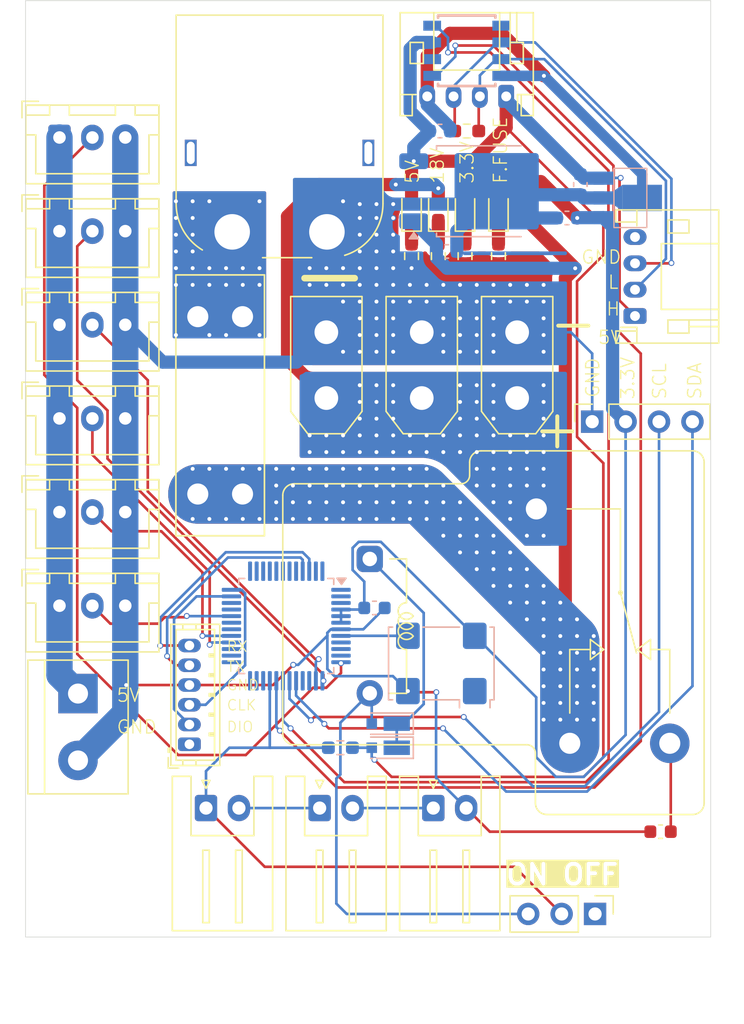
<source format=kicad_pcb>
(kicad_pcb (version 20241229) (generator "pcbnew") (generator_version "9.0")
  (layers (0 "F.Cu" signal) (2 "B.Cu" signal) (13 "F.Paste" user) (15 "B.Paste" user) (5 "F.SilkS" user "F.Silkscreen") (7 "B.SilkS" user "B.Silkscreen") (1 "F.Mask" user) (3 "B.Mask" user) (25 "Edge.Cuts" user))
  (net 0 "")
  (net 1 "GND")
  (net 2 "+5V")
  (net 3 "Net-(D7-A)")
  (net 4 "+3.3V")
  (net 5 "Net-(D1-K)")
  (net 6 "Net-(D1-A)")
  (net 7 "Net-(D7-K)")
  (net 8 "+24V")
  (net 9 "Net-(D8-K)")
  (net 10 "Net-(J1-Pin_1)")
  (net 11 "Net-(J2-Pin_1)")
  (net 12 "Net-(J2-Pin_2)")
  (net 13 "+5VA")
  (net 14 "EMG_FLAG")
  (net 15 "TX")
  (net 17 "CLK")
  (net 18 "DIO")
  (net 19 "RX")
  (net 20 "TIM2_CH1")
  (net 21 "I2C2_SCL")
  (net 22 "I2C2_SDA")
  (net 23 "TIM2_CH2")
  (net 24 "TIM2_CH3")
  (net 25 "TIM2_CH4")
  (net 26 "TIM1_CH1")
  (net 27 "TIM1_CH2")
  (net 28 "TIM1_CH3")
  (net 29 "TIM1_CH4")
  (net 30 "CAN_H")
  (net 31 "CAN_L")
  (net 32 "Net-(K1-Pad12)")
  (net 45 "HSE")
  (net 51 "CAN2_RX")
  (net 52 "CAN2_TX")
  (net 64 "Net-(D2-K)")
  (net 65 "Net-(D9-K)")
  (footprint "Resistor_SMD:R_0603_1608Metric_Pad0.98x0.95mm_HandSolder" (layer "F.Cu") (at 117.221 76.5556 -90)
    (property "Reference" "R2" (hide yes))
    (property "Value" "1k" (hide yes))
  )
  (footprint "jisaku:953 relay" (layer "F.Cu") (at 107.44 104.656)
    (property "Reference" "K1" (hide yes))
    (property "Value" "953 relay" (hide yes))
  )
  (footprint "Connector_JST:JST_XH_B3B-XH-A_1x03_P2.50mm_Vertical" (layer "F.Cu") (at 86.4 81.771)
    (property "Reference" "J11" (hide yes))
    (property "Value" "Conn_01x03_Pin" (hide yes))
  )
  (footprint "Connector_JST:JST_XH_S2B-XH-A_1x02_P2.50mm_Horizontal" (layer "F.Cu") (at 97.536 118.475)
    (property "Reference" "J5" (hide yes))
    (property "Value" "Conn_01x02_Pin" (hide yes))
  )
  (footprint "Resistor_SMD:R_0603_1608Metric_Pad0.98x0.95mm_HandSolder" (layer "F.Cu") (at 113.157 76.5556 -90)
    (property "Reference" "R16" (hide yes))
    (property "Value" "1k" (hide yes))
  )
  (footprint "TerminalBlock:TerminalBlock_bornier-2_P5.08mm" (layer "F.Cu") (at 87.8078 109.7788 -90)
    (property "Reference" "J4" (hide yes))
    (property "Value" "Conn_01x02_Pin")
  )
  (footprint "Connector_JST:JST_XH_B3B-XH-A_1x03_P2.50mm_Vertical" (layer "F.Cu") (at 86.4 88.883)
    (property "Reference" "J12" (hide yes))
    (property "Value" "Conn_01x03_Pin" (hide yes))
  )
  (footprint "LED_SMD:LED_0603_1608Metric_Pad1.05x0.95mm_HandSolder" (layer "F.Cu") (at 119.761 72.9996 90)
    (property "Reference" "D7" (hide yes))
    (property "Value" "RED" (hide yes))
  )
  (footprint "Capacitor_SMD:C_0603_1608Metric" (layer "F.Cu") (at 132.08 120.269)
    (property "Reference" "R5" (hide yes))
    (property "Value" "120")
  )
  (footprint "Connector_JST:JST_XH_S2B-XH-A_1x02_P2.50mm_Horizontal" (layer "F.Cu") (at 106.172 118.475)
    (property "Reference" "J2" (hide yes))
    (property "Value" "Conn_01x02_Pin" (hide yes))
  )
  (footprint "Connector_PinSocket_2.54mm:PinSocket_1x04_P2.54mm_Vertical" (layer "F.Cu") (at 126.883 89.129 90)
    (property "Reference" "J8" (hide yes))
    (property "Value" "Conn_01x04_Pin" (hide yes))
  )
  (footprint "Connector_AMASS:AMASS_XT60PW-M_1x02_P7.20mm_Horizontal" (layer "F.Cu") (at 99.524 74.714)
    (property "Reference" "J1" (hide yes))
    (property "Value" "Conn_01x02_Pin" (hide yes))
  )
  (footprint "Connector_AMASS:AMASS_XT30UPB-F_1x02_P5.0mm_Vertical" (layer "F.Cu") (at 106.68 87.336 90)
    (property "Reference" "J16" (hide yes))
    (property "Value" "Conn_01x02_Pin" (hide yes))
  )
  (footprint "Resistor_SMD:R_0603_1608Metric_Pad0.98x0.95mm_HandSolder" (layer "F.Cu") (at 117.348 67.056)
    (property "Reference" "R43" (hide yes))
    (property "Value" "120" (hide yes))
  )
  (footprint "MountingHole:MountingHole_3.2mm_M3" (layer "F.Cu") (at 132.461 60.579)
    (property "Reference" "H1" (hide yes))
    (property "Value" "MountingHole")
  )
  (footprint "Connector_JST:JST_XH_B3B-XH-A_1x03_P2.50mm_Vertical" (layer "F.Cu") (at 86.4 95.995)
    (property "Reference" "J13" (hide yes))
    (property "Value" "Conn_01x03_Pin" (hide yes))
  )
  (footprint "LED_SMD:LED_0603_1608Metric_Pad1.05x0.95mm_HandSolder" (layer "F.Cu") (at 115.189 72.9996 90)
    (property "Reference" "D8" (hide yes))
    (property "Value" "RED" (hide yes))
  )
  (footprint "Connector_JST:JST_XH_S2B-XH-A_1x02_P2.50mm_Horizontal" (layer "F.Cu") (at 114.808 118.475)
    (property "Reference" "J3" (hide yes))
    (property "Value" "Conn_01x02_Pin" (hide yes))
  )
  (footprint "Connector_JST:JST_XH_B3B-XH-A_1x03_P2.50mm_Vertical" (layer "F.Cu") (at 86.4 74.659)
    (property "Reference" "J10" (hide yes))
    (property "Value" "Conn_01x03_Pin" (hide yes))
  )
  (footprint "Connector_JST:JST_XH_B3B-XH-A_1x03_P2.50mm_Vertical" (layer "F.Cu") (at 86.4 103.107)
    (property "Reference" "J14" (hide yes))
    (property "Value" "Conn_01x03_Pin" (hide yes))
  )
  (footprint "Resistor_SMD:R_0603_1608Metric_Pad0.98x0.95mm_HandSolder" (layer "F.Cu") (at 115.189 76.5556 -90)
    (property "Reference" "R15" (hide yes))
    (property "Value" "10k" (hide yes))
  )
  (footprint "Connector_AMASS:AMASS_XT30UPB-F_1x02_P5.0mm_Vertical" (layer "F.Cu") (at 113.93 87.336 90)
    (property "Reference" "J18" (hide yes))
    (property "Value" "Conn_01x02_Pin" (hide yes))
  )
  (footprint "Connector_JST:JST_PH_S4B-PH-K_1x04_P2.00mm_Horizontal" (layer "F.Cu") (at 130.138 81.105 90)
    (property "Reference" "J20" (hide yes))
    (property "Value" "Conn_01x04_Pin")
  )
  (footprint "LED_SMD:LED_0603_1608Metric_Pad1.05x0.95mm_HandSolder" (layer "F.Cu") (at 117.221 72.9996 90)
    (property "Reference" "D2" (hide yes))
    (property "Value" "RED" (hide yes))
  )
  (footprint "MountingHole:MountingHole_3.2mm_M3" (layer "F.Cu") (at 132.334 124.714)
    (property "Reference" "H4" (hide yes))
    (property "Value" "MountingHole")
  )
  (footprint "MountingHole:MountingHole_3.2mm_M3" (layer "F.Cu") (at 87.3252 60.6552)
    (property "Reference" "H2" (hide yes))
    (property "Value" "MountingHole")
  )
  (footprint "MountingHole:MountingHole_3.2mm_M3" (layer "F.Cu") (at 87.376 124.714)
    (property "Reference" "H3" (hide yes))
    (property "Value" "MountingHole")
  )
  (footprint "Connector_AMASS:AMASS_XT30UPB-F_1x02_P5.0mm_Vertical" (layer "F.Cu") (at 121.18 87.336 90)
    (property "Reference" "J19" (hide yes))
    (property "Value" "Conn_01x02_Pin" (hide yes))
  )
  (footprint "Connector_JST:JST_XH_B3B-XH-A_1x03_P2.50mm_Vertical" (layer "F.Cu") (at 86.4 67.547)
    (property "Reference" "J9" (hide yes))
    (property "Value" "Conn_01x03_Pin" (hide yes))
  )
  (footprint "LED_SMD:LED_0603_1608Metric_Pad1.05x0.95mm_HandSolder" (layer "F.Cu") (at 113.157 72.9996 90)
    (property "Reference" "D9" (hide yes))
    (property "Value" "RED" (hide yes))
  )
  (footprint "Resistor_SMD:R_0603_1608Metric_Pad0.98x0.95mm_HandSolder" (layer "F.Cu") (at 119.761 76.5556 -90)
    (property "Reference" "R10" (hide yes))
    (property "Value" "10k" (hide yes))
  )
  (footprint "Connector_JST:JST_PH_S4B-PH-K_1x04_P2.00mm_Horizontal" (layer "F.Cu") (at 120.348 64.426 180)
    (property "Reference" "J17" (hide yes))
    (property "Value" "Conn_01x04_Pin" (hide yes))
  )
  (footprint "jisaku:3557-15" (layer "F.Cu") (at 98.552 88.392 -90)
    (property "Reference" "F1" (hide yes))
    (property "Value" "3557-15" (hide yes))
  )
  (footprint "Connector_PinHeader_2.54mm:PinHeader_1x03_P2.54mm_Vertical" (layer "F.Cu") (at 127.1016 126.5174 -90)
    (property "Reference" "SW2" (hide yes))
    (property "Value" "SW_Nidec_CAS-120A1")
  )
  (footprint "Connector_JST:JST_ZH_B6B-ZR_1x06_P1.50mm_Vertical" (layer "F.Cu") (at 96.2732 113.6304 90)
    (property "Reference" "J6" (hide yes))
    (property "Value" "Conn_01x06_Pin" (hide yes))
  )
  (footprint "Resistor_SMD:R_0603_1608Metric_Pad0.98x0.95mm_HandSolder" (layer "B.Cu") (at 107.7468 113.8936)
    (property "Reference" "R14" (hide yes))
    (property "Value" "10k" (hide yes))
  )
  (footprint "Capacitor_SMD:C_0603_1608Metric" (layer "B.Cu") (at 125.984 71.12 -90)
    (property "Reference" "C3" (hide yes))
    (property "Value" "0.33u" (hide yes))
  )
  (footprint "Diode_SMD:D_MicroSMP_AK" (layer "B.Cu") (at 111.1504 112.0648 180)
    (property "Reference" "D1" (hide yes))
    (property "Value" "D" (hide yes))
  )
  (footprint "Diode_SMD:D_MicroSMP_AK" (layer "B.Cu") (at 111.1504 113.8936 180)
    (property "Reference" "D6" (hide yes))
    (property "Value" "D" (hide yes))
  )
  (footprint "Oscillator:Oscillator_SMD_IQD_IQXO70-4Pin_7.5x5.0mm" (layer "B.Cu") (at 115.4176 107.4928 180)
    (property "Reference" "X1" (hide yes))
    (property "Value" "IQXO-70" (hide yes))
  )
  (footprint "Capacitor_SMD:C_0603_1608Metric" (layer "B.Cu") (at 115.824 76.2)
    (property "Reference" "C2" (hide yes))
    (property "Value" "0.33u" (hide yes))
  )
  (footprint "Capacitor_SMD:C_0603_1608Metric" (layer "B.Cu") (at 124.968 73.66 180)
    (property "Reference" "C4" (hide yes))
    (property "Value" "0.1u" (hide yes))
  )
  (footprint "jisaku:SOT-89-3" (layer "B.Cu") (at 126.9855 72.136 -90)
    (property "Reference" "NJM78L33SU1" (hide yes))
    (property "Value" "~" (hide yes))
  )
  (footprint "Package_TO_SOT_SMD:TO-252-2" (layer "B.Cu") (at 118.364 71.628)
    (property "Reference" "NJM78L05SU1" (hide yes))
    (property "Value" "~" (hide yes))
  )
  (footprint "Capacitor_SMD:C_0603_1608Metric" (layer "B.Cu") (at 115.316 67.056)
    (property "Reference" "C1" (hide yes))
    (property "Value" "0.1u" (hide yes))
  )
  (footprint "Package_QFP:LQFP-48_7x7mm_P0.5mm" (layer "B.Cu") (at 103.632 104.648 180)
    (property "Reference" "U1" (hide yes))
    (property "Value" "STM32G0B1CBTx" (hide yes))
  )
  (footprint "jisaku:SOP-J8" (layer "B.Cu") (at 117.348 60.96)
    (property "Reference" "U10" (hide yes))
    (property "Value" "BD4104" (hide yes))
  )
  (footprint "Capacitor_SMD:C_0603_1608Metric" (layer "B.Cu") (at 110.3376 103.2764)
    (property "Reference" "C5" (hide yes))
    (property "Value" "1u" (hide yes))
  )
  (gr_rect (start 83.82 57.15) (end 135.89 128.27) (stroke (width 0.05)) (fill no) (layer "Edge.Cuts"))
  (gr_text "RX" (at 99.06 106.68 0) (layer "F.SilkS") (effects (font (size 0.8 0.8) (thickness 0.08)) (justify left bottom)))
  (gr_text "L" (at 128.016 79.121 0) (layer "F.SilkS") (effects (font (size 1 1) (thickness 0.1)) (justify left bottom)))
  (gr_text "ON OFF" (at 120.1928 124.4092 0) (layer "F.SilkS" knockout) (effects (font (size 1.5 1.5) (thickness 0.3) (bold yes)) (justify left bottom)))
  (gr_text "+" (at 122.174 91.3892 0) (layer "F.SilkS") (effects (font (size 3 3) (thickness 0.3)) (justify left bottom)))
  (gr_text "TX" (at 99.06 108.204 0) (layer "F.SilkS") (effects (font (size 0.8 0.8) (thickness 0.08)) (justify left bottom)))
  (gr_text "-" (at 103.505 80.772 0) (layer "F.SilkS") (effects (font (size 5 5) (thickness 0.5)) (justify left bottom)))
  (gr_text "GND" (at 127.508 87.376 90) (layer "F.SilkS") (effects (font (size 1 1) (thickness 0.1)) (justify left bottom)))
  (gr_text "5V" (at 113.792 71.12 90) (layer "F.SilkS") (effects (font (size 1 1) (thickness 0.1)) (justify left bottom)))
  (gr_text "5V" (at 90.678 110.49 0) (layer "F.SilkS") (effects (font (size 1 1) (thickness 0.1)) (justify left bottom)))
  (gr_text "H" (at 127.889 81.153 0) (layer "F.SilkS") (effects (font (size 1 1) (thickness 0.1)) (justify left bottom)))
  (gr_text "CLK" (at 99.06 111.125 0) (layer "F.SilkS") (effects (font (size 0.8 0.8) (thickness 0.08)) (justify left bottom)))
  (gr_text "GND" (at 125.984 77.216 0) (layer "F.SilkS") (effects (font (size 1 1) (thickness 0.1)) (justify left bottom)))
  (gr_text "18V" (at 115.697 71.12 90) (layer "F.SilkS") (effects (font (size 1 1) (thickness 0.1)) (justify left bottom)))
  (gr_text "GND" (at 99.06 109.601 0) (layer "F.SilkS") (effects (font (size 0.8 0.8) (thickness 0.08)) (justify left bottom)))
  (gr_text "3.3V" (at 117.956 71.12 90) (layer "F.SilkS") (effects (font (size 1 1) (thickness 0.1)) (justify left bottom)))
  (gr_text "SCL" (at 132.588 87.503 90) (layer "F.SilkS") (effects (font (size 1 1) (thickness 0.1)) (justify left bottom)))
  (gr_text "DIO" (at 99.06 112.7804 0) (layer "F.SilkS") (effects (font (size 0.8 0.8) (thickness 0.08)) (justify left bottom)))
  (gr_text "-" (at 123.3932 83.3628 0) (layer "F.SilkS") (effects (font (size 3 3) (thickness 0.3)) (justify left bottom)))
  (gr_text "SDA" (at 135.255 87.503 90) (layer "F.SilkS") (effects (font (size 1 1) (thickness 0.1)) (justify left bottom)))
  (gr_text "5V" (at 127.254 83.312 0) (layer "F.SilkS") (effects (font (size 1 1) (thickness 0.1)) (justify left bottom)))
  (gr_text "GND" (at 90.678 112.903 0) (layer "F.SilkS") (effects (font (size 1 1) (thickness 0.1)) (justify left bottom)))
  (gr_text "F.FUSE" (at 120.496 71.12 90) (layer "F.SilkS") (effects (font (size 1 1) (thickness 0.1)) (justify left bottom)))
  (gr_text "3.3V" (at 130.175 87.503 90) (layer "F.SilkS") (effects (font (size 1 1) (thickness 0.1)) (justify left bottom)))
  (segment (start 115.0366 109.6772) (end 112.962 109.6772) (width 0.2) (layer "F.Cu") (net 1))
  (segment (start 112.962 109.6772) (end 112.8776 109.5928) (width 0.2) (layer "F.Cu") (net 1))
  (segment (start 91.473779 109.1304) (end 91.46937 109.134809) (width 0.2) (layer "F.Cu") (net 1))
  (segment (start 96.2732 109.1304) (end 102.6294 109.1304) (width 0.2) (layer "F.Cu") (net 1))
  (segment (start 131.305 120.269) (end 119.102 120.269) (width 0.2) (layer "F.Cu") (net 1))
  (segment (start 116.067038 59.636) (end 119.9855 59.636) (width 1) (layer "F.Cu") (net 1))
  (segment (start 114.348 61.355038) (end 116.067038 59.636) (width 1) (layer "F.Cu") (net 1))
  (segment (start 119.9855 59.636) (end 123.2145 62.865) (width 1) (layer "F.Cu") (net 1))
  (segment (start 114.348 64.426) (end 114.348 61.355038) (width 1) (layer "F.Cu") (net 1))
  (segment (start 102.6294 109.1304) (end 104.1654 107.5944) (width 0.2) (layer "F.Cu") (net 1))
  (segment (start 119.102 120.269) (end 117.308 118.475) (width 0.2) (layer "F.Cu") (net 1))
  (segment (start 96.2732 109.1304) (end 91.473779 109.1304) (width 0.2) (layer "F.Cu") (net 1))
  (via (at 111.76 82.55) (size 0.45) (drill 0.3) (layers "F.Cu" "B.Cu") (net 1))
  (via (at 116.84 78.74) (size 0.45) (drill 0.3) (layers "F.Cu" "B.Cu") (net 1))
  (via (at 115.0366 109.6772) (size 0.45) (drill 0.3) (layers "F.Cu" "B.Cu") (net 1))
  (via (at 115.57 83.82) (size 0.45) (drill 0.3) (layers "F.Cu" "B.Cu") (net 1))
  (via (at 116.84 81.28) (size 0.45) (drill 0.3) (layers "F.Cu" "B.Cu") (net 1))
  (via (at 123.19 78.74) (size 0.45) (drill 0.3) (layers "F.Cu" "B.Cu") (net 1))
  (via (at 107.95 78.74) (size 0.45) (drill 0.3) (layers "F.Cu" "B.Cu") (net 1))
  (via (at 105.41 78.74) (size 0.45) (drill 0.3) (layers "F.Cu" "B.Cu") (net 1))
  (via (at 110.49 72.607) (size 0.45) (drill 0.3) (layers "F.Cu" "B.Cu") (net 1))
  (via (at 123.19 81.28) (size 0.45) (drill 0.3) (layers "F.Cu" "B.Cu") (net 1))
  (via (at 111.76 76.2) (size 0.45) (drill 0.3) (layers "F.Cu" "B.Cu") (net 1))
  (via (at 110.49 76.2) (size 0.45) (drill 0.3) (layers "F.Cu" "B.Cu") (net 1))
  (via (at 115.57 80.01) (size 0.45) (drill 0.3) (layers "F.Cu" "B.Cu") (net 1))
  (via (at 114.3 80.01) (size 0.45) (drill 0.3) (layers "F.Cu" "B.Cu") (net 1))
  (via (at 106.68 77.47) (size 0.45) (drill 0.3) (layers "F.Cu" "B.Cu") (net 1))
  (via (at 110.49 73.66) (size 0.45) (drill 0.3) (layers "F.Cu" "B.Cu") (net 1))
  (via (at 119.38 80.01) (size 0.45) (drill 0.3) (layers "F.Cu" "B.Cu") (net 1))
  (via (at 109.22 83.82) (size 0.45) (drill 0.3) (layers "F.Cu" "B.Cu") (net 1))
  (via (at 110.49 78.74) (size 0.45) (drill 0.3) (layers "F.Cu" "B.Cu") (net 1))
  (via (at 123.19 80.01) (size 0.45) (drill 0.3) (layers "F.Cu" "B.Cu") (net 1))
  (via (at 111.76 81.28) (size 0.45) (drill 0.3) (layers "F.Cu" "B.Cu") (net 1))
  (via (at 118.11 81.28) (size 0.45) (drill 0.3) (layers "F.Cu" "B.Cu") (net 1))
  (via (at 111.76 78.74) (size 0.45) (drill 0.3) (layers "F.Cu" "B.Cu") (net 1))
  (via (at 111.76 77.47) (size 0.45) (drill 0.3) (layers "F.Cu" "B.Cu") (net 1))
  (via (at 107.95 80.01) (size 0.45) (drill 0.3) (layers "F.Cu" "B.Cu") (net 1))
  (via (at 113.03 78.74) (size 0.45) (drill 0.3) (layers "F.Cu" "B.Cu") (net 1))
  (via (at 104.1654 107.5944) (size 0.45) (drill 0.3) (layers "F.Cu" "B.Cu") (net 1))
  (via (at 109.22 77.47) (size 0.45) (drill 0.3) (layers "F.Cu" "B.Cu") (net 1))
  (via (at 116.84 83.82) (size 0.45) (drill 0.3) (layers "F.Cu" "B.Cu") (net 1))
  (via (at 109.22 82.55) (size 0.45) (drill 0.3) (layers "F.Cu" "B.Cu") (net 1))
  (via (at 121.92 80.01) (size 0.45) (drill 0.3) (layers "F.Cu" "B.Cu") (net 1))
  (via (at 111.76 80.01) (size 0.45) (drill 0.3) (layers "F.Cu" "B.Cu") (net 1))
  (via (at 110.49 82.55) (size 0.45) (drill 0.3) (layers "F.Cu" "B.Cu") (net 1))
  (via (at 109.22 72.607) (size 0.45) (drill 0.3) (layers "F.Cu" "B.Cu") (net 1))
  (via (at 120.65 80.01) (size 0.45) (drill 0.3) (layers "F.Cu" "B.Cu") (net 1))
  (via (at 120.65 78.74) (size 0.45) (drill 0.3) (layers "F.Cu" "B.Cu") (net 1))
  (via (at 115.57 81.28) (size 0.45) (drill 0.3) (layers "F.Cu" "B.Cu") (net 1))
  (via (at 119.38 82.55) (size 0.45) (drill 0.3) (layers "F.Cu" "B.Cu") (net 1))
  (via (at 109.22 78.74) (size 0.45) (drill 0.3) (layers "F.Cu" "B.Cu") (net 1))
  (via (at 123.19 82.55) (size 0.45) (drill 0.3) (layers "F.Cu" "B.Cu") (net 1))
  (via (at 118.11 82.55) (size 0.45) (drill 0.3) (layers "F.Cu" "B.Cu") (net 1))
  (via (at 105.41 77.47) (size 0.45) (drill 0.3) (layers "F.Cu" "B.Cu") (net 1))
  (via (at 116.84 82.55) (size 0.45) (drill 0.3) (layers "F.Cu" "B.Cu") (net 1))
  (via (at 119.38 83.82) (size 0.45) (drill 0.3) (layers "F.Cu" "B.Cu") (net 1))
  (via (at 107.95 83.82) (size 0.45) (drill 0.3) (layers "F.Cu" "B.Cu") (net 1))
  (via (at 119.38 78.74) (size 0.45) (drill 0.3) (layers "F.Cu" "B.Cu") (net 1))
  (via (at 111.76 72.607) (size 0.45) (drill 0.3) (layers "F.Cu" "B.Cu") (net 1))
  (via (at 109.22 74.93) (size 0.45) (drill 0.3) (layers "F.Cu" "B.Cu") (net 1))
  (via (at 111.76 83.82) (size 0.45) (drill 0.3) (layers "F.Cu" "B.Cu") (net 1))
  (via (at 106.68 78.74) (size 0.45) (drill 0.3) (layers "F.Cu" "B.Cu") (net 1))
  (via (at 107.95 77.47) (size 0.45) (drill 0.3) (layers "F.Cu" "B.Cu") (net 1))
  (via (at 110.49 80.01) (size 0.45) (drill 0.3) (layers "F.Cu" "B.Cu") (net 1))
  (via (at 116.84 80.01) (size 0.45) (drill 0.3) (layers "F.Cu" "B.Cu") (net 1))
  (via (at 115.57 78.74) (size 0.45) (drill 0.3) (layers "F.Cu" "B.Cu") (net 1))
  (via (at 111.76 73.66) (size 0.45) (drill 0.3) (layers "F.Cu" "B.Cu") (net 1))
  (via (at 111.76 74.93) (size 0.45) (drill 0.3) (layers "F.Cu" "B.Cu") (net 1))
  (via (at 118.11 78.74) (size 0.45) (drill 0.3) (layers "F.Cu" "B.Cu") (net 1))
  (via (at 109.22 73.66) (size 0.45) (drill 0.3) (layers "F.Cu" "B.Cu") (net 1))
  (via (at 110.49 77.47) (size 0.45) (drill 0.3) (layers "F.Cu" "B.Cu") (net 1))
  (via (at 112.8776 109.5928) (size 0.45) (drill 0.3) (layers "F.Cu" "B.Cu") (net 1))
  (via (at 119.38 81.28) (size 0.45) (drill 0.3) (layers "F.Cu" "B.Cu") (net 1))
  (via (at 121.92 78.74) (size 0.45) (drill 0.3) (layers "F.Cu" "B.Cu") (net 1))
  (via (at 118.11 80.01) (size 0.45) (drill 0.3) (layers "F.Cu" "B.Cu") (net 1))
  (via (at 109.22 76.2) (size 0.45) (drill 0.3) (layers "F.Cu" "B.Cu") (net 1))
  (via (at 110.49 83.82) (size 0.45) (drill 0.3) (layers "F.Cu" "B.Cu") (net 1))
  (via (at 115.57 82.55) (size 0.45) (drill 0.3) (layers "F.Cu" "B.Cu") (net 1))
  (via (at 113.03 80.01) (size 0.45) (drill 0.3) (layers "F.Cu" "B.Cu") (net 1))
  (via (at 110.49 74.93) (size 0.45) (drill 0.3) (layers "F.Cu" "B.Cu") (net 1))
  (via (at 107.95 72.39) (size 0.45) (drill 0.3) (layers "F.Cu" "B.Cu") (net 1))
  (via (at 118.11 83.82) (size 0.45) (drill 0.3) (layers "F.Cu" "B.Cu") (net 1))
  (via (at 109.22 80.01) (size 0.45) (drill 0.3) (layers "F.Cu" "B.Cu") (net 1))
  (via (at 123.19 83.82) (size 0.45) (drill 0.3) (layers "F.Cu" "B.Cu") (net 1))
  (via (at 113.157 77.4681) (size 0.45) (drill 0.3) (layers "F.Cu" "B.Cu") (net 1))
  (via (at 114.3 78.74) (size 0.45) (drill 0.3) (layers "F.Cu" "B.Cu") (net 1))
  (via (at 123.2145 62.865) (size 0.45) (drill 0.3) (layers "F.Cu" "B.Cu") (net 1))
  (via (at 110.49 81.28) (size 0.45) (drill 0.3) (layers "F.Cu" "B.Cu") (net 1))
  (via (at 109.22 81.28) (size 0.45) (drill 0.3) (layers "F.Cu" "B.Cu") (net 1))
  (via (at 91.46937 109.134809) (size 0.45) (drill 0.3) (layers "F.Cu" "B.Cu") (net 1))
  (segment (start 121.18 82.336) (end 125.262 82.336) (width 0.2) (layer "B.Cu") (net 1))
  (segment (start 106.756 105.3846) (end 106.756 105.165176) (width 0.2) (layer "B.Cu") (net 1))
  (segment (start 119.891 71.895) (end 125.984 71.895) (width 1) (layer "B.Cu") (net 1))
  (segment (start 106.756 105.165176) (end 107.023176 104.898) (width 0.2) (layer "B.Cu") (net 1))
  (segment (start 119.624 71.628) (end 119.891 71.895) (width 1) (layer "B.Cu") (net 1))
  (segment (start 127.7355 72.136) (end 126.225 72.136) (width 1) (layer "B.Cu") (net 1))
  (segment (start 94.2364 84.6074) (end 104.4086 84.6074) (width 1) (layer "B.Cu") (net 1))
  (segment (start 111.1126 103.2764) (end 109.491 104.898) (width 0.2) (layer "B.Cu") (net 1))
  (segment (start 115.018853 116.185853) (end 115.018853 109.694947) (width 0.2) (layer "B.Cu") (net 1))
  (segment (start 123.2145 62.865) (end 130.6855 70.336) (width 0.8) (layer "B.Cu") (net 1))
  (segment (start 124.193 73.66) (end 121.656 73.66) (width 1) (layer "B.Cu") (net 1))
  (segment (start 110.49 72.607) (end 109.22 72.607) (width 1) (layer "B.Cu") (net 1))
  (segment (start 116.599 74.653) (end 119.624 71.628) (width 1) (layer "B.Cu") (net 1))
  (segment (start 119.973001 62.865) (end 123.2145 62.865) (width 0.8) (layer "B.Cu") (net 1))
  (segment (start 104.1654 107.5944) (end 104.5462 107.5944) (width 0.2) (layer "B.Cu") (net 1))
  (segment (start 130.6855 70.336) (end 130.6855 72.136) (width 0.8) (layer "B.Cu") (net 1))
  (segment (start 126.225 72.136) (end 125.984 71.895) (width 1) (layer "B.Cu") (net 1))
  (segment (start 109.22 72.607) (end 108.831 72.607) (width 1) (layer "B.Cu") (net 1))
  (segment (start 121.656 73.66) (end 119.624 71.628) (width 1) (layer "B.Cu") (net 1))
  (segment (start 91.4 111.2666) (end 87.8078 114.8588) (width 2) (layer "B.Cu") (net 1))
  (segment (start 107.023176 104.898) (end 107.7945 104.898) (width 0.2) (layer "B.Cu") (net 1))
  (segment (start 116.091 66.815204) (end 116.091 67.056) (width 1) (layer "B.Cu") (net 1))
  (segment (start 91.4 67.547) (end 91.4 111.2666) (width 2) (layer "B.Cu") (net 1))
  (segment (start 114.348 64.426) (end 114.348 65.072204) (width 1) (layer "B.Cu") (net 1))
  (segment (start 91.4 81.771) (end 94.2364 84.6074) (width 1) (layer "B.Cu") (net 1))
  (segment (start 104.4086 84.6074) (end 106.68 82.336) (width 1) (layer "B.Cu") (net 1))
  (segment (start 119.624 71.628) (end 118.645 72.607) (width 1) (layer "B.Cu") (net 1))
  (segment (start 104.5462 107.5944) (end 106.756 105.3846) (width 0.2) (layer "B.Cu") (net 1))
  (segment (start 115.018853 109.694947) (end 115.0366 109.6772) (width 0.2) (layer "B.Cu") (net 1))
  (segment (start 111.7398 108.455) (end 107.297824 108.455) (width 0.2) (layer "B.Cu") (net 1))
  (segment (start 117.308 118.475) (end 115.018853 116.185853) (width 0.2) (layer "B.Cu") (net 1))
  (segment (start 112.8776 109.5928) (end 111.7398 108.455) (width 0.2) (layer "B.Cu") (net 1))
  (segment (start 118.645 72.607) (end 111.76 72.607) (width 1) (layer "B.Cu") (net 1))
  (segment (start 111.76 72.607) (end 110.49 72.607) (width 1) (layer "B.Cu") (net 1))
  (segment (start 106.756 107.913176) (end 106.756 105.3846) (width 0.2) (layer "B.Cu") (net 1))
  (segment (start 126.883 83.957) (end 126.883 89.129) (width 0.2) (layer "B.Cu") (net 1))
  (segment (start 108.831 72.607) (end 106.724 74.714) (width 1) (layer "B.Cu") (net 1))
  (segment (start 125.262 82.336) (end 126.883 83.957) (width 0.2) (layer "B.Cu") (net 1))
  (segment (start 116.599 76.2) (end 116.599 74.653) (width 1) (layer "B.Cu") (net 1))
  (segment (start 114.348 65.072204) (end 116.091 66.815204) (width 1) (layer "B.Cu") (net 1))
  (segment (start 109.491 104.898) (end 107.7945 104.898) (width 0.2) (layer "B.Cu") (net 1))
  (segment (start 107.297824 108.455) (end 106.756 107.913176) (width 0.2) (layer "B.Cu") (net 1))
  (segment (start 127.731 92.279) (end 125.732 90.28) (width 0.2) (layer "F.Cu") (net 2))
  (segment (start 128.962 79.929) (end 128.962 70.6936) (width 0.2) (layer "F.Cu") (net 2))
  (segment (start 130.138 81.105) (end 128.962 79.929) (width 0.2) (layer "F.Cu") (net 2))
  (segment (start 113.157 72.1246) (end 113.157 69.515) (width 1) (layer "F.Cu") (net 2))
  (segment (start 110.3376 114.808) (end 111.6366 116.107) (width 0.2) (layer "F.Cu") (net 2))
  (segment (start 120.348 66.78982) (end 117.78982 69.348) (width 1) (layer "F.Cu") (net 2))
  (segment (start 126.236659 116.107) (end 127.731 114.612659) (width 0.2) (layer "F.Cu") (net 2))
  (segment (start 127.731 76.472386) (end 127.731 74.17282) (width 0.2) (layer "F.Cu") (net 2))
  (segment (start 125.732 78.471386) (end 127.731 76.472386) (width 0.2) (layer "F.Cu") (net 2))
  (segment (start 128.962 70.6936) (end 129.0436 70.612) (width 0.2) (layer "F.Cu") (net 2))
  (segment (start 127.731 114.612659) (end 127.731 92.279) (width 0.2) (layer "F.Cu") (net 2))
  (segment (start 117.78982 69.348) (end 113.324 69.348) (width 1) (layer "F.Cu") (net 2))
  (segment (start 125.732 90.28) (end 125.732 78.471386) (width 0.2) (layer "F.Cu") (net 2))
  (segment (start 111.6366 116.107) (end 126.236659 116.107) (width 0.2) (layer "F.Cu") (net 2))
  (segment (start 113.157 69.515) (end 113.324 69.348) (width 1) (layer "F.Cu") (net 2))
  (segment (start 120.348 64.426) (end 120.348 66.78982) (width 1) (layer "F.Cu") (net 2))
  (segment (start 127.731 74.17282) (end 120.348 66.78982) (width 0.2) (layer "F.Cu") (net 2))
  (via (at 110.3376 114.808) (size 0.45) (drill 0.3) (layers "F.Cu" "B.Cu") (net 2))
  (via (at 113.324 69.348) (size 0.45) (drill 0.3) (layers "F.Cu" "B.Cu") (net 2))
  (via (at 129.0436 70.612) (size 0.45) (drill 0.3) (layers "F.Cu" "B.Cu") (net 2))
  (segment (start 126.275 70.636) (end 125.984 70.345) (width 1) (layer "B.Cu") (net 2))
  (segment (start 113.047 65.562) (end 114.541 67.056) (width 1) (layer "B.Cu") (net 2))
  (segment (start 113.324 68.273) (end 114.541 67.056) (width 1) (layer "B.Cu") (net 2))
  (segment (start 113.324 69.348) (end 113.324 68.273) (width 1) (layer "B.Cu") (net 2))
  (segment (start 129.0436 70.612) (end 127.7595 70.612) (width 0.2) (layer "B.Cu") (net 2))
  (segment (start 127.7595 70.612) (end 127.7355 70.636) (width 0.2) (layer "B.Cu") (net 2))
  (segment (start 110.1304 113.8936) (end 108.6593 113.8936) (width 0.2) (layer "B.Cu") (net 2))
  (segment (start 113.047 60.813999) (end 113.047 65.562) (width 1) (layer "B.Cu") (net 2))
  (segment (start 120.348 64.709) (end 125.984 70.345) (width 1) (layer "B.Cu") (net 2))
  (segment (start 113.535999 60.325) (end 113.047 60.813999) (width 1) (layer "B.Cu") (net 2))
  (segment (start 114.722999 60.325) (end 113.535999 60.325) (width 1) (layer "B.Cu") (net 2))
  (segment (start 120.348 64.426) (end 120.348 64.709) (width 1) (layer "B.Cu") (net 2))
  (segment (start 127.7355 70.636) (end 126.275 70.636) (width 1) (layer "B.Cu") (net 2))
  (segment (start 110.1304 114.6008) (end 110.3376 114.808) (width 0.2) (layer "B.Cu") (net 2))
  (segment (start 110.1304 113.8936) (end 110.1304 114.6008) (width 0.2) (layer "B.Cu") (net 2))
  (segment (start 119.761 72.1246) (end 120.236 72.1246) (width 1) (layer "F.Cu") (net 3))
  (segment (start 100.311 94.624) (end 113.8264 94.624) (width 4.5) (layer "F.Cu") (net 3))
  (segment (start 104.3432 94.624) (end 113.8264 94.624) (width 4.5) (layer "F.Cu") (net 3))
  (segment (start 125.18 105.876) (end 125.18 113.556) (width 4.5) (layer "F.Cu") (net 3))
  (segment (start 96.911 94.624) (end 104.3432 94.624) (width 4.5) (layer "F.Cu") (net 3))
  (segment (start 113.8264 94.624) (end 113.928 94.624) (width 4.5) (layer "F.Cu") (net 3))
  (segment (start 113.928 94.624) (end 125.18 105.876) (width 4.5) (layer "F.Cu") (net 3))
  (segment (start 120.236 72.1246) (end 125.591 77.4796) (width 1) (layer "F.Cu") (net 3))
  (segment (start 124.841 113.217) (end 125.18 113.556) (width 1) (layer "F.Cu") (net 3))
  (segment (start 125.591 77.4796) (end 124.841 78.2296) (width 1) (layer "F.Cu") (net 3))
  (segment (start 96.911 94.624) (end 100.311 94.624) (width 4.5) (layer "F.Cu") (net 3))
  (segment (start 124.841 78.2296) (end 124.841 113.217) (width 1) (layer "F.Cu") (net 3))
  (via (at 110.49 96.52) (size 0.45) (drill 0.3) (layers "F.Cu" "B.Cu") (net 3))
  (via (at 100.33 96.52) (size 0.45) (drill 0.3) (layers "F.Cu" "B.Cu") (net 3))
  (via (at 110.49 92.71) (size 0.45) (drill 0.3) (layers "F.Cu" "B.Cu") (net 3))
  (via (at 107.95 92.71) (size 0.45) (drill 0.3) (layers "F.Cu" "B.Cu") (net 3))
  (via (at 114.3 93.98) (size 0.45) (drill 0.3) (layers "F.Cu" "B.Cu") (net 3))
  (via (at 113.03 93.98) (size 0.45) (drill 0.3) (layers "F.Cu" "B.Cu") (net 3))
  (via (at 105.41 95.25) (size 0.45) (drill 0.3) (layers "F.Cu" "B.Cu") (net 3))
  (via (at 105.41 93.98) (size 0.45) (drill 0.3) (layers "F.Cu" "B.Cu") (net 3))
  (via (at 109.22 92.71) (size 0.45) (drill 0.3) (layers "F.Cu" "B.Cu") (net 3))
  (via (at 104.14 92.71) (size 0.45) (drill 0.3) (layers "F.Cu" "B.Cu") (net 3))
  (via (at 114.3 95.25) (size 0.45) (drill 0.3) (layers "F.Cu" "B.Cu") (net 3))
  (via (at 113.03 95.25) (size 0.45) (drill 0.3) (layers "F.Cu" "B.Cu") (net 3))
  (via (at 110.49 95.25) (size 0.45) (drill 0.3) (layers "F.Cu" "B.Cu") (net 3))
  (via (at 109.22 96.52) (size 0.45) (drill 0.3) (layers "F.Cu" "B.Cu") (net 3))
  (via (at 120.65 99.06) (size 0.45) (drill 0.3) (layers "F.Cu" "B.Cu") (net 3))
  (via (at 115.57 97.79) (size 0.45) (drill 0.3) (layers "F.Cu" "B.Cu") (net 3))
  (via (at 123.19 107.95) (size 0.45) (drill 0.3) (layers "F.Cu" "B.Cu") (net 3))
  (via (at 109.22 93.98) (size 0.45) (drill 0.3) (layers "F.Cu" "B.Cu") (net 3))
  (via (at 97.79 92.71) (size 0.45) (drill 0.3) (layers "F.Cu" "B.Cu") (net 3))
  (via (at 106.68 96.52) (size 0.45) (drill 0.3) (layers "F.Cu" "B.Cu") (net 3))
  (via (at 124.46 104.14) (size 0.45) (drill 0.3) (layers "F.Cu" "B.Cu") (net 3))
  (via (at 121.92 100.33) (size 0.45) (drill 0.3) (layers "F.Cu" "B.Cu") (net 3))
  (via (at 105.41 96.52) (size 0.45) (drill 0.3) (layers "F.Cu" "B.Cu") (net 3))
  (via (at 114.3 96.52) (size 0.45) (drill 0.3) (layers "F.Cu" "B.Cu") (net 3))
  (via (at 111.76 95.25) (size 0.45) (drill 0.3) (layers "F.Cu" "B.Cu") (net 3))
  (via (at 120.65 100.33) (size 0.45) (drill 0.3) (layers "F.Cu" "B.Cu") (net 3))
  (via (at 101.6 96.52) (size 0.45) (drill 0.3) (layers "F.Cu" "B.Cu") (net 3))
  (via (at 124.46 102.87) (size 0.45) (drill 0.3) (layers "F.Cu" "B.Cu") (net 3))
  (via (at 110.49 93.98) (size 0.45) (drill 0.3) (layers "F.Cu" "B.Cu") (net 3))
  (via (at 125.73 107.95) (size 0.45) (drill 0.3) (layers "F.Cu" "B.Cu") (net 3))
  (via (at 124.46 107.95) (size 0.45) (drill 0.3) (layers "F.Cu" "B.Cu") (net 3))
  (via (at 118.11 100.33) (size 0.45) (drill 0.3) (layers "F.Cu" "B.Cu") (net 3))
  (via (at 114.3 92.71) (size 0.45) (drill 0.3) (layers "F.Cu" "B.Cu") (net 3))
  (via (at 125.73 110.49) (size 0.45) (drill 0.3) (layers "F.Cu" "B.Cu") (net 3))
  (via (at 124.46 109.22) (size 0.45) (drill 0.3) (layers "F.Cu" "B.Cu") (net 3))
  (via (at 125.73 109.22) (size 0.45) (drill 0.3) (layers "F.Cu" "B.Cu") (net 3))
  (via (at 111.76 96.52) (size 0.45) (drill 0.3) (layers "F.Cu" "B.Cu") (net 3))
  (via (at 123.19 111.76) (size 0.45) (drill 0.3) (layers "F.Cu" "B.Cu") (net 3))
  (via (at 111.76 93.98) (size 0.45) (drill 0.3) (layers "F.Cu" "B.Cu") (net 3))
  (via (at 125.73 111.76) (size 0.45) (drill 0.3) (layers "F.Cu" "B.Cu") (net 3))
  (via (at 124.46 105.41) (size 0.45) (drill 0.3) (layers "F.Cu" "B.Cu") (net 3))
  (via (at 125.73 105.41) (size 0.45) (drill 0.3) (layers "F.Cu" "B.Cu") (net 3))
  (via (at 115.57 96.52) (size 0.45) (drill 0.3) (layers "F.Cu" "B.Cu") (net 3))
  (via (at 125.73 106.68) (size 0.45) (drill 0.3) (layers "F.Cu" "B.Cu") (net 3))
  (via (at 127 106.68) (size 0.45) (drill 0.3) (layers "F.Cu" "B.Cu") (net 3))
  (via (at 109.22 95.25) (size 0.45) (drill 0.3) (layers "F.Cu" "B.Cu") (net 3))
  (via (at 107.95 95.25) (size 0.45) (drill 0.3) (layers "F.Cu" "B.Cu") (net 3))
  (via (at 105.41 92.71) (size 0.45) (drill 0.3) (layers "F.Cu" "B.Cu") (net 3))
  (via (at 106.68 93.98) (size 0.45) (drill 0.3) (layers "F.Cu" "B.Cu") (net 3))
  (via (at 100.33 92.71) (size 0.45) (drill 0.3) (layers "F.Cu" "B.Cu") (net 3))
  (via (at 96.52 96.52) (size 0.45) (drill 0.3) (layers "F.Cu" "B.Cu") (net 3))
  (via (at 106.68 92.71) (size 0.45) (drill 0.3) (layers "F.Cu" "B.Cu") (net 3))
  (via (at 121.92 101.6) (size 0.45) (drill 0.3) (layers "F.Cu" "B.Cu") (net 3))
  (via (at 123.19 101.6) (size 0.45) (drill 0.3) (layers "F.Cu" "B.Cu") (net 3))
  (via (at 102.87 93.98) (size 0.45) (drill 0.3) (layers "F.Cu" "B.Cu") (net 3))
  (via (at 127 107.95) (size 0.45) (drill 0.3) (layers "F.Cu" "B.Cu") (net 3))
  (via (at 102.87 92.71) (size 0.45) (drill 0.3) (layers "F.Cu" "B.Cu") (net 3))
  (via (at 124.46 111.76) (size 0.45) (drill 0.3) (layers "F.Cu" "B.Cu") (net 3))
  (via (at 119.38 99.06) (size 0.45) (drill 0.3) (layers "F.Cu" "B.Cu") (net 3))
  (via (at 104.14 93.98) (size 0.45) (drill 0.3) (layers "F.Cu" "B.Cu") (net 3))
  (via (at 123.19 110.49) (size 0.45) (drill 0.3) (layers "F.Cu" "B.Cu") (net 3))
  (via (at 127 105.41) (size 0.45) (drill 0.3) (layers "F.Cu" "B.Cu") (net 3))
  (via (at 97.79 96.52) (size 0.45) (drill 0.3) (layers "F.Cu" "B.Cu") (net 3))
  (via (at 119.38 101.6) (size 0.45) (drill 0.3) (layers "F.Cu" "B.Cu") (net 3))
  (via (at 120.65 102.87) (size 0.45) (drill 0.3) (layers "F.Cu" "B.Cu") (net 3))
  (via (at 116.84 96.52) (size 0.45) (drill 0.3) (layers "F.Cu" "B.Cu") (net 3))
  (via (at 119.38 97.79) (size 0.45) (drill 0.3) (layers "F.Cu" "B.Cu") (net 3))
  (via (at 116.84 99.06) (size 0.45) (drill 0.3) (layers "F.Cu" "B.Cu") (net 3))
  (via (at 115.57 93.98) (size 0.45) (drill 0.3) (layers "F.Cu" "B.Cu") (net 3))
  (via (at 113.03 96.52) (size 0.45) (drill 0.3) (layers "F.Cu" "B.Cu") (net 3))
  (via (at 118.11 97.79) (size 0.45) (drill 0.3) (layers "F.Cu" "B.Cu") (net 3))
  (via (at 113.03 92.71) (size 0.45) (drill 0.3) (layers "F.Cu" "B.Cu") (net 3))
  (via (at 123.19 104.14) (size 0.45) (drill 0.3) (layers "F.Cu" "B.Cu") (net 3))
  (via (at 127 111.76) (size 0.45) (drill 0.3) (layers "F.Cu" "B.Cu") (net 3))
  (via (at 116.84 95.25) (size 0.45) (drill 0.3) (layers "F.Cu" "B.Cu") (net 3))
  (via (at 125.591 77.4796) (size 0.45) (drill 0.3) (layers "F.Cu" "B.Cu") (net 3))
  (via (at 104.14 96.52) (size 0.45) (drill 0.3) (layers "F.Cu" "B.Cu") (net 3))
  (via (at 118.11 99.06) (size 0.45) (drill 0.3) (layers "F.Cu" "B.Cu") (net 3))
  (via (at 101.6 92.71) (size 0.45) (drill 0.3) (layers "F.Cu" "B.Cu") (net 3))
  (via (at 119.38 100.33) (size 0.45) (drill 0.3) (layers "F.Cu" "B.Cu") (net 3))
  (via (at 123.19 105.41) (size 0.45) (drill 0.3) (layers "F.Cu" "B.Cu") (net 3))
  (via (at 127 110.49) (size 0.45) (drill 0.3) (layers "F.Cu" "B.Cu") (net 3))
  (via (at 102.87 96.52) (size 0.45) (drill 0.3) (layers "F.Cu" "B.Cu") (net 3))
  (via (at 111.76 92.71) (size 0.45) (drill 0.3) (layers "F.Cu" "B.Cu") (net 3))
  (via (at 125.73 104.14) (size 0.45) (drill 0.3) (layers "F.Cu" "B.Cu") (net 3))
  (via (at 115.57 95.25) (size 0.45) (drill 0.3) (layers "F.Cu" "B.Cu") (net 3))
  (via (at 99.06 92.71) (size 0.45) (drill 0.3) (layers "F.Cu" "B.Cu") (net 3))
  (via (at 118.11 96.52) (size 0.45) (drill 0.3) (layers "F.Cu" "B.Cu") (net 3))
  (via (at 107.95 96.52) (size 0.45) (drill 0.3) (layers "F.Cu" "B.Cu") (net 3))
  (via (at 104.14 95.25) (size 0.45) (drill 0.3) (layers "F.Cu" "B.Cu") (net 3))
  (via (at 99.06 96.52) (size 0.45) (drill 0.3) (layers "F.Cu" "B.Cu") (net 3))
  (via (at 124.46 110.49) (size 0.45) (drill 0.3) (layers "F.Cu" "B.Cu") (net 3))
  (via (at 124.46 106.68) (size 0.45) (drill 0.3) (layers "F.Cu" "B.Cu") (net 3))
  (via (at 127 109.22) (size 0.45) (drill 0.3) (layers "F.Cu" "B.Cu") (net 3))
  (via (at 121.92 104.14) (size 0.45) (drill 0.3) (layers "F.Cu" "B.Cu") (net 3))
  (via (at 120.65 101.6) (size 0.45) (drill 0.3) (layers "F.Cu" "B.Cu") (net 3))
  (via (at 96.52 92.71) (size 0.45) (drill 0.3) (layers "F.Cu" "B.Cu") (net 3))
  (via (at 123.19 109.22) (size 0.45) (drill 0.3) (layers "F.Cu" "B.Cu") (net 3))
  (via (at 107.95 93.98) (size 0.45) (drill 0.3) (layers "F.Cu" "B.Cu") (net 3))
  (via (at 106.68 95.25) (size 0.45) (drill 0.3) (layers "F.Cu" "B.Cu") (net 3))
  (via (at 123.19 102.87) (size 0.45) (drill 0.3) (layers "F.Cu" "B.Cu") (net 3))
  (via (at 123.19 106.68) (size 0.45) (drill 0.3) (layers "F.Cu" "B.Cu") (net 3))
  (via (at 121.92 102.87) (size 0.45) (drill 0.3) (layers "F.Cu" "B.Cu") (net 3))
  (via (at 116.84 97.79) (size 0.45) (drill 0.3) (layers "F.Cu" "B.Cu") (net 3))
  (via (at 102.87 95.25) (size 0.45) (drill 0.3) (layers "F.Cu" "B.Cu") (net 3))
  (segment (start 125.18 105.876) (end 125.18 113.556) (width 4.5) (layer "B.Cu") (net 3))
  (segment (start 115.049 75.633) (end 113.324 73.908) (width 1) (layer "B.Cu") (net 3))
  (segment (start 96.911 94.624) (end 113.928 94.624) (width 4.5) (layer "B.Cu") (net 3))
  (segment (start 115.049 76.675) (end 115.8536 77.4796) (width 1) (layer "B.Cu") (net 3))
  (segment (start 115.8536 77.4796) (end 125.591 77.4796) (width 1) (layer "B.Cu") (net 3))
  (segment (start 115.049 76.2) (end 115.049 75.633) (width 1) (layer "B.Cu") (net 3))
  (segment (start 115.049 76.2) (end 115.049 76.675) (width 1) (layer "B.Cu") (net 3))
  (segment (start 113.928 94.624) (end 125.18 105.876) (width 4.5) (layer "B.Cu") (net 3))
  (segment (start 117.221 72.1246) (end 118.447 70.8986) (width 1) (layer "F.Cu") (net 4))
  (segment (start 118.447 70.8986) (end 122.9816 70.8986) (width 1) (layer "F.Cu") (net 4))
  (segment (start 122.9816 70.8986) (end 125.743 73.66) (width 1) (layer "F.Cu") (net 4))
  (via (at 125.743 73.66) (size 0.45) (drill 0.3) (layers "F.Cu" "B.Cu") (net 4))
  (segment (start 127.7355 73.636) (end 128.434 74.3345) (width 1) (layer "B.Cu") (net 4))
  (segment (start 128.434 74.3345) (end 128.434 88.14) (width 1) (layer "B.Cu") (net 4))
  (segment (start 127.7355 73.636) (end 125.767 73.636) (width 1) (layer "B.Cu") (net 4))
  (segment (start 108.679 100.395058) (end 108.679 98.716942) (width 0.2) (layer "B.Cu") (net 4))
  (segment (start 109.140942 98.255) (end 110.8198 98.255) (width 0.2) (layer "B.Cu") (net 4))
  (segment (start 108.679 98.716942) (end 109.140942 98.255) (width 0.2) (layer "B.Cu") (net 4))
  (segment (start 128.434 88.14) (end 129.423 89.129) (width 1) (layer "B.Cu") (net 4))
  (segment (start 122.629 110.0642) (end 122.629 114.612659) (width 0.2) (layer "B.Cu") (net 4))
  (segment (start 125.767 73.636) (end 125.743 73.66) (width 1) (layer "B.Cu") (net 4))
  (segment (start 122.629 114.612659) (end 124.123341 116.107) (width 0.2) (layer "B.Cu") (net 4))
  (segment (start 107.7945 103.398) (end 107.7945 104.398) (width 0.2) (layer "B.Cu") (net 4))
  (segment (start 124.123341 116.107) (end 126.236659 116.107) (width 0.2) (layer "B.Cu") (net 4))
  (segment (start 129.423 112.920659) (end 129.423 89.129) (width 0.2) (layer "B.Cu") (net 4))
  (segment (start 117.9576 105.3928) (end 122.629 110.0642) (width 0.2) (layer "B.Cu") (net 4))
  (segment (start 109.441 103.398) (end 109.5626 103.2764) (width 0.2) (layer "B.Cu") (net 4))
  (segment (start 110.8198 98.255) (end 117.9576 105.3928) (width 0.2) (layer "B.Cu") (net 4))
  (segment (start 109.5626 101.278658) (end 108.679 100.395058) (width 0.2) (layer "B.Cu") (net 4))
  (segment (start 109.5626 103.2764) (end 109.5626 101.278658) (width 0.2) (layer "B.Cu") (net 4))
  (segment (start 126.236659 116.107) (end 129.423 112.920659) (width 0.2) (layer "B.Cu") (net 4))
  (segment (start 107.7945 103.398) (end 109.441 103.398) (width 0.2) (layer "B.Cu") (net 4))
  (segment (start 112.0304 113.8936) (end 112.0304 112.0648) (width 0.2) (layer "B.Cu") (net 5))
  (segment (start 112.59176 112.0648) (end 112.0304 112.0648) (width 0.2) (layer "B.Cu") (net 5))
  (segment (start 114.0786 110.57796) (end 112.59176 112.0648) (width 0.2) (layer "B.Cu") (net 5))
  (segment (start 114.0786 103.6546) (end 114.0786 110.57796) (width 0.2) (layer "B.Cu") (net 5))
  (segment (start 109.98 99.556) (end 114.0786 103.6546) (width 0.2) (layer "B.Cu") (net 5))
  (segment (start 109.98 109.756) (end 107.7468 111.9892) (width 0.2) (layer "B.Cu") (net 6))
  (segment (start 108.2294 126.5174) (end 122.0216 126.5174) (width 0.2) (layer "B.Cu") (net 6))
  (segment (start 107.7468 111.9892) (end 107.7468 115.9256) (width 0.2) (layer "B.Cu") (net 6))
  (segment (start 110.1304 109.9064) (end 109.98 109.756) (width 0.2) (layer "B.Cu") (net 6))
  (segment (start 107.442 116.2304) (end 107.442 125.73) (width 0.2) (layer "B.Cu") (net 6))
  (segment (start 107.7468 115.9256) (end 107.442 116.2304) (width 0.2) (layer "B.Cu") (net 6))
  (segment (start 107.442 125.73) (end 108.2294 126.5174) (width 0.2) (layer "B.Cu") (net 6))
  (segment (start 110.1304 112.0648) (end 110.1304 109.9064) (width 0.2) (layer "B.Cu") (net 6))
  (segment (start 119.761 73.8746) (end 119.761 75.6431) (width 1) (layer "F.Cu") (net 7))
  (segment (start 115.189 72.1246) (end 115.189 71.406) (width 1) (layer "F.Cu") (net 8))
  (segment (start 103.729 73.535656) (end 106.144656 71.12) (width 1) (layer "F.Cu") (net 8))
  (segment (start 106.68 87.336) (end 103.729 84.385) (width 1) (layer "F.Cu") (net 8))
  (segment (start 106.144656 71.12) (end 111.956 71.12) (width 1) (layer "F.Cu") (net 8))
  (segment (start 103.729 84.385) (end 103.729 73.535656) (width 1) (layer "F.Cu") (net 8))
  (via (at 116.84 87.63) (size 0.45) (drill 0.3) (layers "F.Cu" "B.Cu") (net 8))
  (via (at 111.76 88.9) (size 0.45) (drill 0.3) (layers "F.Cu" "B.Cu") (net 8))
  (via (at 109.22 86.36) (size 0.45) (drill 0.3) (layers "F.Cu" "B.Cu") (net 8))
  (via (at 115.57 90.17) (size 0.45) (drill 0.3) (layers "F.Cu" "B.Cu") (net 8))
  (via (at 109.22 91.44) (size 0.45) (drill 0.3) (layers "F.Cu" "B.Cu") (net 8))
  (via (at 121.92 93.98) (size 0.45) (drill 0.3) (layers "F.Cu" "B.Cu") (net 8))
  (via (at 119.38 91.44) (size 0.45) (drill 0.3) (layers "F.Cu" "B.Cu") (net 8))
  (via (at 121.92 91.44) (size 0.45) (drill 0.3) (layers "F.Cu" "B.Cu") (net 8))
  (via (at 105.41 91.44) (size 0.45) (drill 0.3) (layers "F.Cu" "B.Cu") (net 8))
  (via (at 110.49 90.17) (size 0.45) (drill 0.3) (layers "F.Cu" "B.Cu") (net 8))
  (via (at 119.38 93.98) (size 0.45) (drill 0.3) (layers "F.Cu" "B.Cu") (net 8))
  (via (at 116.84 91.44) (size 0.45) (drill 0.3) (layers "F.Cu" "B.Cu") (net 8))
  (via (at 110.49 86.36) (size 0.45) (drill 0.3) (layers "F.Cu" "B.Cu") (net 8))
  (via (at 111.76 90.17) (size 0.45) (drill 0.3) (layers "F.Cu" "B.Cu") (net 8))
  (via (at 123.19 91.44) (size 0.45) (drill 0.3) (layers "F.Cu" "B.Cu") (net 8))
  (via (at 121.92 97.79) (size 0.45) (drill 0.3) (layers "F.Cu" "B.Cu") (net 8))
  (via (at 123.19 86.36) (size 0.45) (drill 0.3) (layers "F.Cu" "B.Cu") (net 8))
  (via (at 106.68 90.17) (size 0.45) (drill 0.3) (layers "F.Cu" "B.Cu") (net 8))
  (via (at 123.19 97.79) (size 0.45) (drill 0.3) (layers "F.Cu" "B.Cu") (net 8))
  (via (at 118.11 92.71) (size 0.45) (drill 0.3) (layers "F.Cu" "B.Cu") (net 8))
  (via (at 113.03 90.17) (size 0.45) (drill 0.3) (layers "F.Cu" "B.Cu") (net 8))
  (via (at 111.76 86.36) (size 0.45) (drill 0.3) (layers "F.Cu" "B.Cu") (net 8))
  (via (at 116.84 90.17) (size 0.45) (drill 0.3) (layers "F.Cu" "B.Cu") (net 8))
  (via (at 118.11 91.44) (size 0.45) (drill 0.3) (layers "F.Cu" "B.Cu") (net 8))
  (via (at 119.38 95.25) (size 0.45) (drill 0.3) (layers "F.Cu" "B.Cu") (net 8))
  (via (at 109.22 90.17) (size 0.45) (drill 0.3) (layers "F.Cu" "B.Cu") (net 8))
  (via (at 123.19 88.9) (size 0.45) (drill 0.3) (layers "F.Cu" "B.Cu") (net 8))
  (via (at 120.65 95.25) (size 0.45) (drill 0.3) (layers "F.Cu" "B.Cu") (net 8))
  (via (at 118.11 88.9) (size 0.45) (drill 0.3) (layers "F.Cu" "B.Cu") (net 8))
  (via (at 121.92 92.71) (size 0.45) (drill 0.3) (layers "F.Cu" "B.Cu") (net 8))
  (via (at 114.3 90.17) (size 0.45) (drill 0.3) (layers "F.Cu" "B.Cu") (net 8))
  (via (at 111.76 87.63) (size 0.45) (drill 0.3) (layers "F.Cu" "B.Cu") (net 8))
  (via (at 116.84 86.36) (size 0.45) (drill 0.3) (layers "F.Cu" "B.Cu") (net 8))
  (via (at 114.3 91.44) (size 0.45) (drill 0.3) (layers "F.Cu" "B.Cu") (net 8))
  (via (at 123.19 87.63) (size 0.45) (drill 0.3) (layers "F.Cu" "B.Cu") (net 8))
  (via (at 109.22 87.63) (size 0.45) (drill 0.3) (layers "F.Cu" "B.Cu") (net 8))
  (via (at 120.65 91.44) (size 0.45) (drill 0.3) (layers "F.Cu" "B.Cu") (net 8))
  (via (at 119.38 90.17) (size 0.45) (drill 0.3) (layers "F.Cu" "B.Cu") (net 8))
  (via (at 107.95 90.17) (size 0.45) (drill 0.3) (layers "F.Cu" "B.Cu") (net 8))
  (via (at 109.22 88.9) (size 0.45) (drill 0.3) (layers "F.Cu" "B.Cu") (net 8))
  (via (at 118.11 93.98) (size 0.45) (drill 0.3) (layers "F.Cu" "B.Cu") (net 8))
  (via (at 118.11 90.17) (size 0.45) (drill 0.3) (layers "F.Cu" "B.Cu") (net 8))
  (via (at 113.03 91.44) (size 0.45) (drill 0.3) (layers "F.Cu" "B.Cu") (net 8))
  (via (at 111.76 91.44) (size 0.45) (drill 0.3) (layers "F.Cu" "B.Cu") (net 8))
  (via (at 110.49 87.63) (size 0.45) (drill 0.3) (layers "F.Cu" "B.Cu") (net 8))
  (via (at 123.19 92.71) (size 0.45) (drill 0.3) (layers "F.Cu" "B.Cu") (net 8))
  (via (at 119.38 88.9) (size 0.45) (drill 0.3) (layers "F.Cu" "B.Cu") (net 8))
  (via (at 115.57 91.44) (size 0.45) (drill 0.3) (layers "F.Cu" "B.Cu") (net 8))
  (via (at 110.49 91.44) (size 0.45) (drill 0.3) (layers "F.Cu" "B.Cu") (net 8))
  (via (at 120.65 93.98) (size 0.45) (drill 0.3) (layers "F.Cu" "B.Cu") (net 8))
  (via (at 121.92 90.17) (size 0.45) (drill 0.3) (layers "F.Cu" "B.Cu") (net 8))
  (via (at 115.189 71.406) (size 0.45) (drill 0.3) (layers "F.Cu" "B.Cu") (net 8))
  (via (at 119.38 86.36) (size 0.45) (drill 0.3) (layers "F.Cu" "B.Cu") (net 8))
  (via (at 116.84 91.44) (size 0.45) (drill 0.3) (layers "F.Cu" "B.Cu") (net 8))
  (via (at 118.11 87.63) (size 0.45) (drill 0.3) (layers "F.Cu" "B.Cu") (net 8))
  (via (at 123.19 90.17) (size 0.45) (drill 0.3) (layers "F.Cu" "B.Cu") (net 8))
  (via (at 120.65 96.52) (size 0.45) (drill 0.3) (layers "F.Cu" "B.Cu") (net 8))
  (via (at 105.41 90.17) (size 0.45) (drill 0.3) (layers "F.Cu" "B.Cu") (net 8))
  (via (at 106.68 91.44) (size 0.45) (drill 0.3) (layers "F.Cu" "B.Cu") (net 8))
  (via (at 107.95 91.44) (size 0.45) (drill 0.3) (layers "F.Cu" "B.Cu") (net 8))
  (via (at 123.19 93.98) (size 0.45) (drill 0.3) (layers "F.Cu" "B.Cu") (net 8))
  (via (at 111.956 71.12) (size 0.45) (drill 0.3) (layers "F.Cu" "B.Cu") (net 8))
  (via (at 118.11 86.36) (size 0.45) (drill 0.3) (layers "F.Cu" "B.Cu") (net 8))
  (via (at 120.65 92.71) (size 0.45) (drill 0.3) (layers "F.Cu" "B.Cu") (net 8))
  (via (at 119.38 92.71) (size 0.45) (drill 0.3) (layers "F.Cu" "B.Cu") (net 8))
  (via (at 116.84 88.9) (size 0.45) (drill 0.3) (layers "F.Cu" "B.Cu") (net 8))
  (via (at 120.65 90.17) (size 0.45) (drill 0.3) (layers "F.Cu" "B.Cu") (net 8))
  (via (at 119.38 87.63) (size 0.45) (drill 0.3) (layers "F.Cu" "B.Cu") (net 8))
  (via (at 110.49 88.9) (size 0.45) (drill 0.3) (layers "F.Cu" "B.Cu") (net 8))
  (segment (start 114.903 71.12) (end 115.189 71.406) (width 1) (layer "B.Cu") (net 8))
  (segment (start 111.956 71.12) (end 114.903 71.12) (width 1) (layer "B.Cu") (net 8))
  (segment (start 115.189 73.8746) (end 115.189 75.6431) (width 1) (layer "F.Cu") (net 9))
  (via (at 100.33 78.74) (size 0.45) (drill 0.3) (layers "F.Cu" "B.Cu") (net 10))
  (via (at 101.6 78.74) (size 0.45) (drill 0.3) (layers "F.Cu" "B.Cu") (net 10))
  (via (at 100.33 77.47) (size 0.45) (drill 0.3) (layers "F.Cu" "B.Cu") (net 10))
  (via (at 96.52 74.93) (size 0.45) (drill 0.3) (layers "F.Cu" "B.Cu") (net 10))
  (via (at 97.79 77.47) (size 0.45) (drill 0.3) (layers "F.Cu" "B.Cu") (net 10))
  (via (at 95.25 74.93) (size 0.45) (drill 0.3) (layers "F.Cu" "B.Cu") (net 10))
  (via (at 95.25 78.74) (size 0.45) (drill 0.3) (layers "F.Cu" "B.Cu") (net 10))
  (via (at 95.25 73.66) (size 0.45) (drill 0.3) (layers "F.Cu" "B.Cu") (net 10))
  (via (at 99.06 77.47) (size 0.45) (drill 0.3) (layers "F.Cu" "B.Cu") (net 10))
  (via (at 97.79 82.55) (size 0.45) (drill 0.3) (layers "F.Cu" "B.Cu") (net 10))
  (via (at 96.52 73.66) (size 0.45) (drill 0.3) (layers "F.Cu" "B.Cu") (net 10))
  (via (at 97.79 78.74) (size 0.45) (drill 0.3) (layers "F.Cu" "B.Cu") (net 10))
  (via (at 95.25 72.39) (size 0.45) (drill 0.3) (layers "F.Cu" "B.Cu") (net 10))
  (via (at 101.6 77.47) (size 0.45) (drill 0.3) (layers "F.Cu" "B.Cu") (net 10))
  (via (at 95.25 77.47) (size 0.45) (drill 0.3) (layers "F.Cu" "B.Cu") (net 10))
  (via (at 101.6 72.39) (size 0.45) (drill 0.3) (layers "F.Cu" "B.Cu") (net 10))
  (via (at 96.52 78.74) (size 0.45) (drill 0.3) (layers "F.Cu" "B.Cu") (net 10))
  (via (at 97.79 72.39) (size 0.45) (drill 0.3) (layers "F.Cu" "B.Cu") (net 10))
  (via (at 96.52 76.2) (size 0.45) (drill 0.3) (layers "F.Cu" "B.Cu") (net 10))
  (via (at 95.25 76.2) (size 0.45) (drill 0.3) (layers "F.Cu" "B.Cu") (net 10))
  (via (at 99.06 82.55) (size 0.45) (drill 0.3) (layers "F.Cu" "B.Cu") (net 10))
  (via (at 96.52 77.47) (size 0.45) (drill 0.3) (layers "F.Cu" "B.Cu") (net 10))
  (via (at 96.52 72.39) (size 0.45) (drill 0.3) (layers "F.Cu" "B.Cu") (net 10))
  (via (at 99.06 78.74) (size 0.45) (drill 0.3) (layers "F.Cu" "B.Cu") (net 10))
  (via (at 101.6 82.55) (size 0.45) (drill 0.3) (layers "F.Cu" "B.Cu") (net 10))
  (via (at 95.25 82.55) (size 0.45) (drill 0.3) (layers "F.Cu" "B.Cu") (net 10))
  (segment (start 100.036 118.475) (end 106.172 118.475) (width 0.2) (layer "B.Cu") (net 11))
  (segment (start 108.672 118.475) (end 114.808 118.475) (width 0.2) (layer "B.Cu") (net 12))
  (segment (start 87.8078 109.7788) (end 86.4 108.371) (width 2) (layer "B.Cu") (net 13))
  (segment (start 86.4 108.371) (end 86.4 67.547) (width 2) (layer "B.Cu") (net 13))
  (segment (start 101.997 122.936) (end 120.9802 122.936) (width 0.2) (layer "F.Cu") (net 14))
  (segment (start 120.9802 122.936) (end 124.5616 126.5174) (width 0.2) (layer "F.Cu") (net 14))
  (segment (start 97.536 118.475) (end 101.997 122.936) (width 0.2) (layer "F.Cu") (net 14))
  (segment (start 102.4128 113.8936) (end 99.314 113.8936) (width 0.2) (layer "B.Cu") (net 14))
  (segment (start 106.8343 113.8936) (end 102.4128 113.8936) (width 0.2) (layer "B.Cu") (net 14))
  (segment (start 97.536 115.6716) (end 97.536 118.475) (width 0.2) (layer "B.Cu") (net 14))
  (segment (start 102.382 113.8628) (end 102.4128 113.8936) (width 0.2) (layer "B.Cu") (net 14))
  (segment (start 102.382 108.8105) (end 102.382 113.8628) (width 0.2) (layer "B.Cu") (net 14))
  (segment (start 99.314 113.8936) (end 97.536 115.6716) (width 0.2) (layer "B.Cu") (net 14))
  (segment (start 94.5822 106.934) (end 94.5822 107.0044) (width 0.2) (layer "F.Cu") (net 15))
  (segment (start 94.5822 107.0044) (end 95.2082 107.6304) (width 0.2) (layer "F.Cu") (net 15))
  (segment (start 95.2082 107.6304) (end 96.2732 107.6304) (width 0.2) (layer "F.Cu") (net 15))
  (via (at 94.5822 106.934) (size 0.45) (drill 0.3) (layers "F.Cu" "B.Cu") (net 15))
  (segment (start 94.5822 104.064023) (end 99.199223 99.447) (width 0.2) (layer "B.Cu") (net 15))
  (segment (start 104.882 99.616176) (end 104.882 100.4855) (width 0.2) (layer "B.Cu") (net 15))
  (segment (start 94.5822 106.934) (end 94.5822 104.064023) (width 0.2) (layer "B.Cu") (net 15))
  (segment (start 99.199223 99.447) (end 104.712824 99.447) (width 0.2) (layer "B.Cu") (net 15))
  (segment (start 104.712824 99.447) (end 104.882 99.616176) (width 0.2) (layer "B.Cu") (net 15))
  (segment (start 96.2732 110.6304) (end 97.508424 110.6304) (width 0.2) (layer "B.Cu") (net 17))
  (segment (start 100.508 102.165176) (end 100.240824 101.898) (width 0.2) (layer "B.Cu") (net 17))
  (segment (start 97.508424 110.6304) (end 100.508 107.630824) (width 0.2) (layer "B.Cu") (net 17))
  (segment (start 100.240824 101.898) (end 99.4695 101.898) (width 0.2) (layer "B.Cu") (net 17))
  (segment (start 100.508 107.630824) (end 100.508 102.165176) (width 0.2) (layer "B.Cu") (net 17))
  (segment (start 95.1072 110.968398) (end 96.269202 112.1304) (width 0.2) (layer "B.Cu") (net 18))
  (segment (start 95.1072 104.106123) (end 95.1072 110.968398) (width 0.2) (layer "B.Cu") (net 18))
  (segment (start 99.4695 102.398) (end 96.815323 102.398) (width 0.2) (layer "B.Cu") (net 18))
  (segment (start 96.815323 102.398) (end 95.1072 104.106123) (width 0.2) (layer "B.Cu") (net 18))
  (segment (start 96.269202 112.1304) (end 96.2732 112.1304) (width 0.2) (layer "B.Cu") (net 18))
  (segment (start 94.0734 106.1304) (end 94.0572 106.1466) (width 0.2) (layer "F.Cu") (net 19))
  (segment (start 96.2732 106.1304) (end 94.0734 106.1304) (width 0.2) (layer "F.Cu") (net 19))
  (via (at 94.0572 106.1466) (size 0.45) (drill 0.3) (layers "F.Cu" "B.Cu") (net 19))
  (segment (start 99.033123 99.046) (end 104.878924 99.046) (width 0.2) (layer "B.Cu") (net 19))
  (segment (start 94.0572 106.1466) (end 94.0572 104.021923) (width 0.2) (layer "B.Cu") (net 19))
  (segment (start 105.382 99.549076) (end 105.382 100.4855) (width 0.2) (layer "B.Cu") (net 19))
  (segment (start 104.878924 99.046) (end 105.382 99.549076) (width 0.2) (layer "B.Cu") (net 19))
  (segment (start 94.0572 104.021923) (end 99.033123 99.046) (width 0.2) (layer "B.Cu") (net 19))
  (segment (start 117.1194 111.558261) (end 117.222461 111.558261) (width 0.2) (layer "F.Cu") (net 21))
  (segment (start 105.762679 111.558261) (end 117.1194 111.558261) (width 0.2) (layer "F.Cu") (net 21))
  (segment (start 105.511946 111.808993) (end 105.762679 111.558261) (width 0.2) (layer "F.Cu") (net 21))
  (via (at 117.1194 111.558261) (size 0.45) (drill 0.3) (layers "F.Cu" "B.Cu") (net 21))
  (via (at 105.511946 111.808993) (size 0.45) (drill 0.3) (layers "F.Cu" "B.Cu") (net 21))
  (segment (start 103.882 108.8105) (end 103.882 110.179047) (width 0.2) (layer "B.Cu") (net 21))
  (segment (start 131.963 111.1829) (end 131.963 89.129) (width 0.2) (layer "B.Cu") (net 21))
  (segment (start 122.381139 116.82) (end 126.3259 116.82) (width 0.2) (layer "B.Cu") (net 21))
  (segment (start 103.882 110.179047) (end 105.511946 111.808993) (width 0.2) (layer "B.Cu") (net 21))
  (segment (start 117.222461 111.558261) (end 117.1194 111.558261) (width 0.2) (layer "B.Cu") (net 21))
  (segment (start 126.3259 116.82) (end 131.963 111.1829) (width 0.2) (layer "B.Cu") (net 21))
  (segment (start 117.1194 111.558261) (end 122.381139 116.82) (width 0.2) (layer "B.Cu") (net 21))
  (segment (start 106.86607 112.420653) (end 115.544853 112.420653) (width 0.2) (layer "F.Cu") (net 22))
  (segment (start 106.528678 112.083261) (end 106.86607 112.420653) (width 0.2) (layer "F.Cu") (net 22))
  (via (at 115.544853 112.420653) (size 0.45) (drill 0.3) (layers "F.Cu" "B.Cu") (net 22))
  (via (at 106.528678 112.083261) (size 0.45) (drill 0.3) (layers "F.Cu" "B.Cu") (net 22))
  (segment (start 134.503 109.21) (end 126.492 117.221) (width 0.2) (layer "B.Cu") (net 22))
  (segment (start 104.382 108.8105) (end 104.382 109.936583) (width 0.2) (layer "B.Cu") (net 22))
  (segment (start 126.492 117.221) (end 120.3452 117.221) (width 0.2) (layer "B.Cu") (net 22))
  (segment (start 104.382 109.936583) (end 106.528678 112.083261) (width 0.2) (layer "B.Cu") (net 22))
  (segment (start 120.3452 117.221) (end 115.544853 112.420653) (width 0.2) (layer "B.Cu") (net 22))
  (segment (start 134.503 89.129) (end 134.503 109.21) (width 0.2) (layer "B.Cu") (net 22))
  (segment (start 85.249 85.5792) (end 87.749 88.0792) (width 0.2) (layer "F.Cu") (net 23))
  (segment (start 95.42304 114.4464) (end 100.557323 114.4464) (width 0.2) (layer "F.Cu") (net 23))
  (segment (start 105.667223 109.3365) (end 106.674877 109.3365) (width 0.2) (layer "F.Cu") (net 23))
  (segment (start 88.9 67.547) (end 85.249 71.198) (width 0.2) (layer "F.Cu") (net 23))
  (segment (start 106.674877 109.3365) (end 107.7945 108.216877) (width 0.2) (layer "F.Cu") (net 23))
  (segment (start 87.749 106.77236) (end 95.42304 114.4464) (width 0.2) (layer "F.Cu") (net 23))
  (segment (start 85.249 71.198) (end 85.249 85.5792) (width 0.2) (layer "F.Cu") (net 23))
  (segment (start 87.749 88.0792) (end 87.749 106.77236) (width 0.2) (layer "F.Cu") (net 23))
  (segment (start 100.557323 114.4464) (end 105.667223 109.3365) (width 0.2) (layer "F.Cu") (net 23))
  (segment (start 107.7945 108.216877) (end 107.7945 107.473) (width 0.2) (layer "F.Cu") (net 23))
  (via (at 107.7945 107.473) (size 0.45) (drill 0.3) (layers "F.Cu" "B.Cu") (net 23))
  (segment (start 106.457 108.344759) (end 106.457 108.8105) (width 0.2) (layer "F.Cu") (net 24))
  (segment (start 87.749 75.81) (end 87.749 85.97924) (width 0.2) (layer "F.Cu") (net 24))
  (segment (start 87.749 85.97924) (end 90.051 88.28124) (width 0.2) (layer "F.Cu") (net 24))
  (segment (start 88.9 74.659) (end 87.749 75.81) (width 0.2) (layer "F.Cu") (net 24))
  (segment (start 90.051 88.28124) (end 90.051 91.938759) (width 0.2) (layer "F.Cu") (net 24))
  (segment (start 90.051 91.938759) (end 106.457 108.344759) (width 0.2) (layer "F.Cu") (net 24))
  (via (at 106.457 108.8105) (size 0.45) (drill 0.3) (layers "F.Cu" "B.Cu") (net 24))
  (segment (start 105.841941 107.1626) (end 106.0958 107.1626) (width 0.2) (layer "F.Cu") (net 25))
  (segment (start 88.9 81.771) (end 93.111 85.982) (width 0.2) (layer "F.Cu") (net 25))
  (segment (start 93.111 94.431659) (end 105.841941 107.1626) (width 0.2) (layer "F.Cu") (net 25))
  (segment (start 93.111 85.982) (end 93.111 94.431659) (width 0.2) (layer "F.Cu") (net 25))
  (via (at 106.0958 107.1626) (size 0.45) (drill 0.3) (layers "F.Cu" "B.Cu") (net 25))
  (segment (start 106.0958 107.1626) (end 105.882 107.3764) (width 0.2) (layer "B.Cu") (net 25))
  (segment (start 105.882 107.3764) (end 105.882 108.8105) (width 0.2) (layer "B.Cu") (net 25))
  (segment (start 88.9 88.883) (end 88.9 91.6432) (width 0.2) (layer "F.Cu") (net 26))
  (segment (start 97.8154 100.5586) (end 97.8154 106.0704) (width 0.2) (layer "F.Cu") (net 26))
  (segment (start 88.9 91.6432) (end 97.8154 100.5586) (width 0.2) (layer "F.Cu") (net 26))
  (via (at 97.8154 106.0704) (size 0.45) (drill 0.3) (layers "F.Cu" "B.Cu") (net 26))
  (segment (start 97.8154 106.0704) (end 97.9878 105.898) (width 0.2) (layer "B.Cu") (net 26))
  (segment (start 97.9878 105.898) (end 99.4695 105.898) (width 0.2) (layer "B.Cu") (net 26))
  (segment (start 90.35625 97.45125) (end 94.14095 97.45125) (width 0.2) (layer "F.Cu") (net 27))
  (segment (start 94.14095 97.45125) (end 97.265 100.5753) (width 0.2) (layer "F.Cu") (net 27))
  (segment (start 88.9 95.995) (end 90.35625 97.45125) (width 0.2) (layer "F.Cu") (net 27))
  (segment (start 97.265 100.5753) (end 97.265 105.398) (width 0.2) (layer "F.Cu") (net 27))
  (via (at 97.265 105.398) (size 0.45) (drill 0.3) (layers "F.Cu" "B.Cu") (net 27))
  (segment (start 97.265 105.398) (end 99.4695 105.398) (width 0.2) (layer "B.Cu") (net 27))
  (segment (start 90.2632 104.4702) (end 88.9 103.107) (width 0.2) (layer "F.Cu") (net 28))
  (segment (start 93.906336 104.4702) (end 90.2632 104.4702) (width 0.2) (layer "F.Cu") (net 28))
  (segment (start 94.396446 103.98009) (end 93.906336 104.4702) (width 0.2) (layer "F.Cu") (net 28))
  (segment (start 95.97711 103.98009) (end 94.396446 103.98009) (width 0.2) (layer "F.Cu") (net 28))
  (segment (start 96.0712 103.886) (end 95.97711 103.98009) (width 0.2) (layer "F.Cu") (net 28))
  (via (at 96.0712 103.886) (size 0.45) (drill 0.3) (layers "F.Cu" "B.Cu") (net 28))
  (segment (start 96.15329 103.898) (end 99.4695 103.898) (width 0.2) (layer "B.Cu") (net 28))
  (segment (start 96.14129 103.886) (end 96.15329 103.898) (width 0.2) (layer "B.Cu") (net 28))
  (segment (start 96.0712 103.886) (end 96.14129 103.886) (width 0.2) (layer "B.Cu") (net 28))
  (segment (start 118.2605 67.056) (end 118.2605 64.5135) (width 0.2) (layer "F.Cu") (net 30))
  (segment (start 118.2605 64.5135) (end 118.348 64.426) (width 0.2) (layer "F.Cu") (net 30))
  (segment (start 118.348 62.833001) (end 118.348 64.426) (width 0.2) (layer "B.Cu") (net 30))
  (segment (start 119.586001 61.595) (end 118.348 62.833001) (width 0.2) (layer "B.Cu") (net 30))
  (segment (start 123.2465 61.595) (end 132.4865 70.835) (width 0.2) (layer "B.Cu") (net 30))
  (segment (start 119.973001 61.595) (end 119.586001 61.595) (width 0.2) (layer "B.Cu") (net 30))
  (segment (start 119.973001 61.595) (end 123.2465 61.595) (width 0.2) (layer "B.Cu") (net 30))
  (segment (start 132.4865 70.835) (end 132.4865 76.7565) (width 0.2) (layer "B.Cu") (net 30))
  (segment (start 132.4865 76.7565) (end 130.138 79.105) (width 0.2) (layer "B.Cu") (net 30))
  (segment (start 132.90179 77.077685) (end 132.874475 77.105) (width 0.2) (layer "F.Cu") (net 31))
  (segment (start 116.4355 67.056) (end 116.4355 64.5135) (width 0.2) (layer "F.Cu") (net 31))
  (segment (start 116.4355 64.5135) (end 116.348 64.426) (width 0.2) (layer "F.Cu") (net 31))
  (segment (start 132.874475 77.105) (end 130.138 77.105) (width 0.2) (layer "F.Cu") (net 31))
  (via (at 132.90179 77.077685) (size 0.45) (drill 0.3) (layers "F.Cu" "B.Cu") (net 31))
  (segment (start 122.5436 60.325) (end 132.90179 70.68319) (width 0.2) (layer "B.Cu") (net 31))
  (segment (start 116.348 63.655001) (end 116.348 64.426) (width 0.2) (layer "B.Cu") (net 31))
  (segment (start 132.90179 70.68319) (end 132.90179 77.077685) (width 0.2) (layer "B.Cu") (net 31))
  (segment (start 119.973001 60.325) (end 119.678001 60.325) (width 0.2) (layer "B.Cu") (net 31))
  (segment (start 119.678001 60.325) (end 116.348 63.655001) (width 0.2) (layer "B.Cu") (net 31))
  (segment (start 119.973001 60.325) (end 122.5436 60.325) (width 0.2) (layer "B.Cu") (net 31))
  (segment (start 132.855 113.631) (end 132.78 113.556) (width 0.2) (layer "F.Cu") (net 32))
  (segment (start 132.855 120.269) (end 132.855 113.631) (width 0.2) (layer "F.Cu") (net 32))
  (segment (start 112.8776 105.3928) (end 107.7997 105.3928) (width 0.2) (layer "B.Cu") (net 45))
  (segment (start 107.7997 105.3928) (end 107.7945 105.398) (width 0.2) (layer "B.Cu") (net 45))
  (segment (start 116.702277 61.088) (end 116.703277 61.087) (width 0.2) (layer "F.Cu") (net 51))
  (segment (start 116.266523 61.088) (end 116.702277 61.088) (width 0.2) (layer "F.Cu") (net 51))
  (segment (start 128.132 114.778759) (end 127.106879 115.803879) (width 0.2) (layer "F.Cu") (net 51))
  (segment (start 116.703277 61.087) (end 119.1514 61.087) (width 0.2) (layer "F.Cu") (net 51))
  (segment (start 108.0492 116.508) (end 103.9622 112.421) (width 0.2) (layer "F.Cu") (net 51))
  (segment (start 128.1176 70.0532) (end 128.1176 73.99232) (width 0.2) (layer "F.Cu") (net 51))
  (segment (start 115.9256 61.087) (end 116.265523 61.087) (width 0.2) (layer "F.Cu") (net 51))
  (segment (start 119.1514 61.087) (end 128.1176 70.0532) (width 0.2) (layer "F.Cu") (net 51))
  (segment (start 128.1176 73.99232) (end 128.132 74.00672) (width 0.2) (layer "F.Cu") (net 51))
  (segment (start 116.265523 61.087) (end 116.266523 61.088) (width 0.2) (layer "F.Cu") (net 51))
  (segment (start 126.402759 116.508) (end 108.0492 116.508) (width 0.2) (layer "F.Cu") (net 51))
  (segment (start 128.132 74.00672) (end 128.132 114.778759) (width 0.2) (layer "F.Cu") (net 51))
  (segment (start 127.106879 115.803879) (end 126.402759 116.508) (width 0.2) (layer "F.Cu") (net 51))
  (via (at 115.9256 61.087) (size 0.45) (drill 0.3) (layers "F.Cu" "B.Cu") (net 51))
  (via (at 103.9622 112.421) (size 0.45) (drill 0.3) (layers "F.Cu" "B.Cu") (net 51))
  (segment (start 115.9256 59.962601) (end 115.9256 61.087) (width 0.2) (layer "B.Cu") (net 51))
  (segment (start 103.382 108.8105) (end 103.382 111.8408) (width 0.2) (layer "B.Cu") (net 51))
  (segment (start 115.017999 59.055) (end 115.9256 59.962601) (width 0.2) (layer "B.Cu") (net 51))
  (segment (start 103.382 111.8408) (end 103.9622 112.421) (width 0.2) (layer "B.Cu") (net 51))
  (segment (start 114.722999 59.055) (end 115.017999 59.055) (width 0.2) (layer "B.Cu") (net 51))
  (segment (start 128.4986 69.8671) (end 128.4986 69.691736) (width 0.2) (layer "F.Cu") (net 52))
  (segment (start 119.368864 60.562) (end 116.4844 60.562) (width 0.2) (layer "F.Cu") (net 52))
  (segment (start 103.1494 112.5982) (end 107.4602 116.909) (width 0.2) (layer "F.Cu") (net 52))
  (segment (start 128.4986 69.691736) (end 119.368864 60.562) (width 0.2) (layer "F.Cu") (net 52))
  (segment (start 127.058 116.909) (end 130.574 113.393) (width 0.2) (layer "F.Cu") (net 52))
  (segment (start 107.4602 116.909) (end 127.058 116.909) (width 0.2) (layer "F.Cu") (net 52))
  (segment (start 128.533 73.84062) (end 128.5186 73.82622) (width 0.2) (layer "F.Cu") (net 52))
  (segment (start 128.5186 73.82622) (end 128.5186 69.8871) (width 0.2) (layer "F.Cu") (net 52))
  (segment (start 130.574 113.393) (end 130.574 83.956) (width 0.2) (layer "F.Cu") (net 52))
  (segment (start 128.533 81.915) (end 128.533 73.84062) (width 0.2) (layer "F.Cu") (net 52))
  (segment (start 130.574 83.956) (end 128.533 81.915) (width 0.2) (layer "F.Cu") (net 52))
  (segment (start 128.5186 69.8871) (end 128.4986 69.8671) (width 0.2) (layer "F.Cu") (net 52))
  (via (at 116.4844 60.562) (size 0.45) (drill 0.3) (layers "F.Cu" "B.Cu") (net 52))
  (via (at 103.1494 112.5982) (size 0.45) (drill 0.3) (layers "F.Cu" "B.Cu") (net 52))
  (segment (start 102.882 108.8105) (end 102.882 112.3308) (width 0.2) (layer "B.Cu") (net 52))
  (segment (start 114.722999 62.865) (end 115.017999 62.865) (width 0.2) (layer "B.Cu") (net 52))
  (segment (start 102.882 112.3308) (end 103.1494 112.5982) (width 0.2) (layer "B.Cu") (net 52))
  (segment (start 116.4844 61.398599) (end 116.4844 60.562) (width 0.2) (layer "B.Cu") (net 52))
  (segment (start 115.017999 62.865) (end 116.4844 61.398599) (width 0.2) (layer "B.Cu") (net 52))
  (segment (start 117.221 73.8746) (end 117.221 75.6431) (width 1) (layer "F.Cu") (net 64))
  (segment (start 113.157 73.8746) (end 113.157 75.6431) (width 1) (layer "F.Cu") (net 65))
  (zone (net 1) (net_name "GND") (layers "F.Cu" "B.Cu") (priority 2) (connect_pads (clearance 0.5)) (min_thickness 0.25) (fill yes (thermal_gap 0) (thermal_bridge_width 100))
    (polygon (pts (xy 124.968 84.836) (xy 104.14 84.836) (xy 104.14 70.612) (xy 112.268 70.612) (xy 112.268 76.2) (xy 121.412 76.2) (xy 124.968 76.2)))
  )
  (zone (net 8) (net_name "+24V") (layers "F.Cu" "B.Cu") (priority 1) (connect_pads (clearance 0.5)) (min_thickness 0.25) (fill yes (thermal_gap 0) (thermal_bridge_width 100))
    (polygon (pts (xy 104.648 84.836) (xy 124.968 84.836) (xy 124.968 98.552) (xy 120.904 98.552) (xy 119.888 97.028) (xy 115.4684 92.6338) (xy 113.6396 91.948) (xy 104.648 91.948)))
  )
  (zone (net 10) (net_name "Net-(J1-Pin_1)") (layers "F.Cu" "B.Cu") (connect_pads (clearance 0.5)) (min_thickness 0.25) (fill yes (thermal_gap 0) (thermal_bridge_width 100))
    (polygon (pts (xy 94.996 82.804) (xy 102.108 82.804) (xy 102.108 71.628) (xy 94.996 71.628)))
  )
)
</source>
